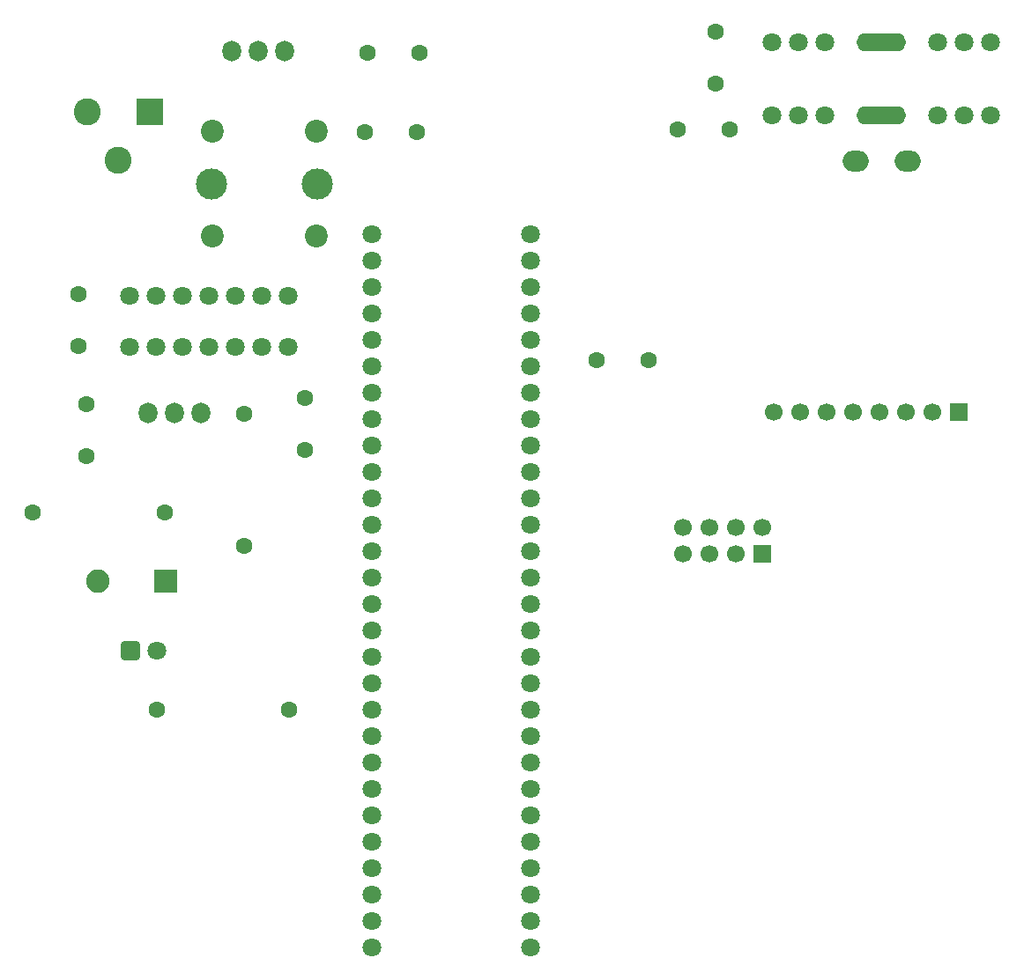
<source format=gbr>
%TF.GenerationSoftware,KiCad,Pcbnew,9.0.4*%
%TF.CreationDate,2025-12-04T13:46:47-07:00*%
%TF.ProjectId,HW2 folder,48573220-666f-46c6-9465-722e6b696361,rev?*%
%TF.SameCoordinates,Original*%
%TF.FileFunction,Soldermask,Bot*%
%TF.FilePolarity,Negative*%
%FSLAX46Y46*%
G04 Gerber Fmt 4.6, Leading zero omitted, Abs format (unit mm)*
G04 Created by KiCad (PCBNEW 9.0.4) date 2025-12-04 13:46:47*
%MOMM*%
%LPD*%
G01*
G04 APERTURE LIST*
G04 Aperture macros list*
%AMRoundRect*
0 Rectangle with rounded corners*
0 $1 Rounding radius*
0 $2 $3 $4 $5 $6 $7 $8 $9 X,Y pos of 4 corners*
0 Add a 4 corners polygon primitive as box body*
4,1,4,$2,$3,$4,$5,$6,$7,$8,$9,$2,$3,0*
0 Add four circle primitives for the rounded corners*
1,1,$1+$1,$2,$3*
1,1,$1+$1,$4,$5*
1,1,$1+$1,$6,$7*
1,1,$1+$1,$8,$9*
0 Add four rect primitives between the rounded corners*
20,1,$1+$1,$2,$3,$4,$5,0*
20,1,$1+$1,$4,$5,$6,$7,0*
20,1,$1+$1,$6,$7,$8,$9,0*
20,1,$1+$1,$8,$9,$2,$3,0*%
G04 Aperture macros list end*
%ADD10R,2.600000X2.600000*%
%ADD11C,2.600000*%
%ADD12C,1.600000*%
%ADD13C,1.800000*%
%ADD14R,2.250000X2.250000*%
%ADD15C,2.250000*%
%ADD16O,1.800000X2.000000*%
%ADD17RoundRect,0.250000X-0.650000X-0.650000X0.650000X-0.650000X0.650000X0.650000X-0.650000X0.650000X0*%
%ADD18O,2.500000X2.000000*%
%ADD19O,4.762000X1.762000*%
%ADD20C,2.200000*%
%ADD21C,3.000000*%
%ADD22R,1.700000X1.700000*%
%ADD23C,1.700000*%
G04 APERTURE END LIST*
D10*
%TO.C,J1*%
X89439000Y-59639200D03*
D11*
X83439000Y-59639200D03*
X86439000Y-64339200D03*
%TD*%
D12*
%TO.C,C7*%
X143789400Y-56946800D03*
X143789400Y-51946800D03*
%TD*%
D13*
%TO.C,U5*%
X102768400Y-77393800D03*
X100228400Y-77393800D03*
X97688400Y-77393800D03*
X95148400Y-77393800D03*
X92608400Y-77393800D03*
X90068400Y-77393800D03*
X87528400Y-77393800D03*
X87528400Y-82303800D03*
X90068400Y-82303800D03*
X92608400Y-82303800D03*
X95148400Y-82303800D03*
X97688400Y-82303800D03*
X100228400Y-82303800D03*
X102768400Y-82303800D03*
%TD*%
D14*
%TO.C,SW1*%
X90981600Y-104825800D03*
D15*
X84481600Y-104825800D03*
%TD*%
D16*
%TO.C,U4*%
X89255600Y-88613800D03*
X91795600Y-88613800D03*
X94335600Y-88613800D03*
%TD*%
D12*
%TO.C,C1*%
X115149000Y-61620400D03*
X110149000Y-61620400D03*
%TD*%
%TO.C,C2*%
X110326800Y-54000400D03*
X115326800Y-54000400D03*
%TD*%
%TO.C,C6*%
X83362800Y-92735400D03*
X83362800Y-87735400D03*
%TD*%
%TO.C,R2*%
X78206600Y-98171000D03*
X90906600Y-98171000D03*
%TD*%
%TO.C,C5*%
X82626200Y-77154400D03*
X82626200Y-82154400D03*
%TD*%
D17*
%TO.C,D1*%
X87628600Y-111506000D03*
D13*
X90168600Y-111506000D03*
%TD*%
D12*
%TO.C,C4*%
X145171800Y-61341000D03*
X140171800Y-61341000D03*
%TD*%
%TO.C,R3*%
X98552000Y-88747600D03*
X98552000Y-101447600D03*
%TD*%
%TO.C,R1*%
X102870000Y-117195600D03*
X90170000Y-117195600D03*
%TD*%
D18*
%TO.C,M1*%
X162291400Y-64389000D03*
X157291400Y-64389000D03*
%TD*%
D16*
%TO.C,U1*%
X97358200Y-53822600D03*
X99898200Y-53822600D03*
X102438200Y-53822600D03*
%TD*%
D13*
%TO.C,U3*%
X170256200Y-52959000D03*
X167716200Y-52959000D03*
X165176200Y-52959000D03*
X154336200Y-52959000D03*
X151796200Y-52959000D03*
X149256200Y-52959000D03*
X149256200Y-60019000D03*
X151796200Y-60019000D03*
X154336200Y-60019000D03*
X165176200Y-60019000D03*
X167716200Y-60019000D03*
X170256200Y-60019000D03*
D19*
X159756200Y-60019000D03*
X159756200Y-52959000D03*
%TD*%
D20*
%TO.C,F1*%
X95457000Y-61573000D03*
X95457000Y-71573000D03*
X105457000Y-61573000D03*
X105457000Y-71573000D03*
D21*
X95377000Y-66573000D03*
X105537000Y-66573000D03*
%TD*%
D13*
%TO.C,U2*%
X110820200Y-71424800D03*
X110820200Y-73964800D03*
X110820200Y-76504800D03*
X110820200Y-79044800D03*
X110820200Y-81584800D03*
X110820200Y-84124800D03*
X110820200Y-86664800D03*
X110820200Y-89204800D03*
X110820200Y-91744800D03*
X110820200Y-94284800D03*
X110820200Y-96824800D03*
X110820200Y-99364800D03*
X110820200Y-101904800D03*
X110820200Y-104444800D03*
X110820200Y-106984800D03*
X110820200Y-109524800D03*
X110820200Y-112064800D03*
X110820200Y-114604800D03*
X110820200Y-117144800D03*
X110820200Y-119684800D03*
X110820200Y-122224800D03*
X110820200Y-124764800D03*
X110820200Y-127304800D03*
X110820200Y-129844800D03*
X110820200Y-132384800D03*
X110820200Y-134924800D03*
X110820200Y-137464800D03*
X110820200Y-140004800D03*
X126060200Y-140004800D03*
X126060200Y-137464800D03*
X126060200Y-134924800D03*
X126060200Y-132384800D03*
X126060200Y-129844800D03*
X126060200Y-127304800D03*
X126060200Y-124764800D03*
X126060200Y-122224800D03*
X126060200Y-119684800D03*
X126060200Y-117144800D03*
X126060200Y-114604800D03*
X126060200Y-112064800D03*
X126060200Y-109524800D03*
X126060200Y-106984800D03*
X126060200Y-104444800D03*
X126060200Y-101904800D03*
X126060200Y-99364800D03*
X126060200Y-96824800D03*
X126060200Y-94284800D03*
X126060200Y-91744800D03*
X126060200Y-89204800D03*
X126060200Y-86664800D03*
X126060200Y-84124800D03*
X126060200Y-81584800D03*
X126060200Y-79044800D03*
X126060200Y-76504800D03*
X126060200Y-73964800D03*
X126060200Y-71424800D03*
%TD*%
D12*
%TO.C,C8*%
X104394000Y-92187400D03*
X104394000Y-87187400D03*
%TD*%
%TO.C,C3*%
X132348600Y-83515200D03*
X137348600Y-83515200D03*
%TD*%
D22*
%TO.C,J3*%
X167182800Y-88544400D03*
D23*
X164642800Y-88544400D03*
X162102800Y-88544400D03*
X159562800Y-88544400D03*
X157022800Y-88544400D03*
X154482800Y-88544400D03*
X151942800Y-88544400D03*
X149402800Y-88544400D03*
%TD*%
D22*
%TO.C,J2*%
X148259800Y-102158800D03*
D23*
X148259800Y-99618800D03*
X145719800Y-102158800D03*
X145719800Y-99618800D03*
X143179800Y-102158800D03*
X143179800Y-99618800D03*
X140639800Y-102158800D03*
X140639800Y-99618800D03*
%TD*%
M02*

</source>
